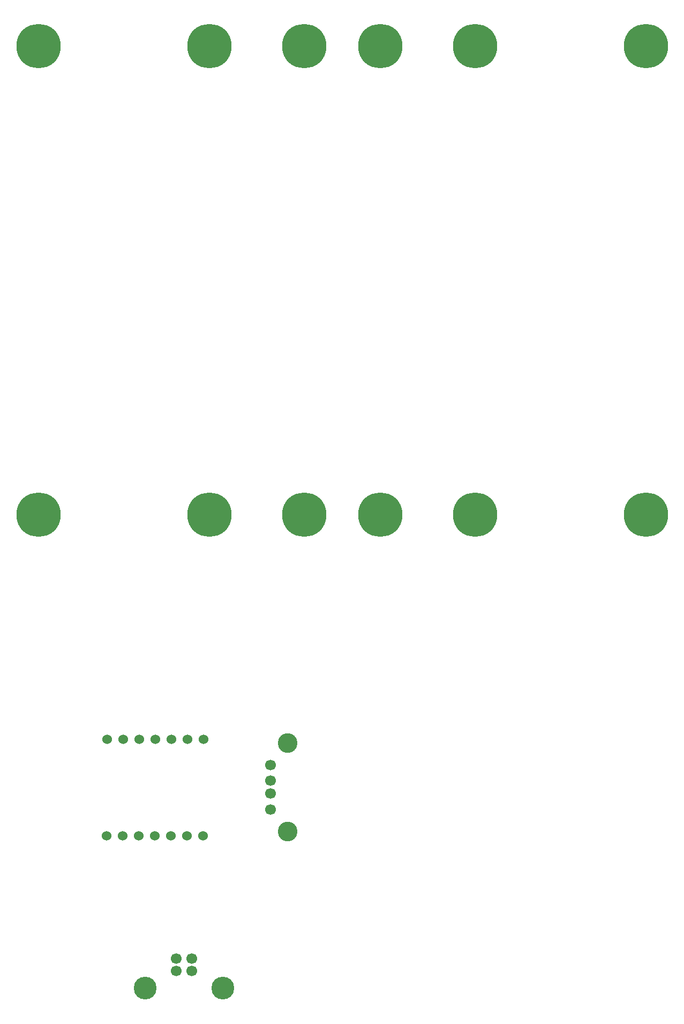
<source format=gbr>
%TF.GenerationSoftware,KiCad,Pcbnew,(5.1.9)-1*%
%TF.CreationDate,2022-01-07T19:27:11-07:00*%
%TF.ProjectId,PCB_01,5043425f-3031-42e6-9b69-6361645f7063,rev?*%
%TF.SameCoordinates,Original*%
%TF.FileFunction,Soldermask,Bot*%
%TF.FilePolarity,Negative*%
%FSLAX46Y46*%
G04 Gerber Fmt 4.6, Leading zero omitted, Abs format (unit mm)*
G04 Created by KiCad (PCBNEW (5.1.9)-1) date 2022-01-07 19:27:11*
%MOMM*%
%LPD*%
G01*
G04 APERTURE LIST*
%ADD10C,3.600000*%
%ADD11C,1.700000*%
%ADD12C,7.000000*%
%ADD13C,1.524000*%
%ADD14C,3.100000*%
G04 APERTURE END LIST*
D10*
%TO.C,CN1*%
X41116000Y-152755000D03*
X28884000Y-152755000D03*
D11*
X33750000Y-148045000D03*
X36250000Y-148045000D03*
X36250000Y-150045000D03*
X33750000Y-150045000D03*
%TD*%
D12*
%TO.C,H1*%
X12000000Y-4000000D03*
%TD*%
%TO.C,H2*%
X39000000Y-4000000D03*
%TD*%
%TO.C,H3*%
X54000000Y-4000000D03*
%TD*%
%TO.C,H4*%
X66000000Y-4000000D03*
%TD*%
%TO.C,H5*%
X81000000Y-4000000D03*
%TD*%
%TO.C,H6*%
X108000000Y-4000000D03*
%TD*%
%TO.C,H7*%
X12000000Y-78000000D03*
%TD*%
%TO.C,H8*%
X39000000Y-78000000D03*
%TD*%
%TO.C,H9*%
X54000000Y-78000000D03*
%TD*%
%TO.C,H10*%
X66000000Y-78000000D03*
%TD*%
%TO.C,H11*%
X81000000Y-78000000D03*
%TD*%
%TO.C,H12*%
X108000000Y-78000000D03*
%TD*%
D13*
%TO.C,J1*%
X22860000Y-113490000D03*
X25400000Y-113490000D03*
X27940000Y-113490000D03*
X30480000Y-113490000D03*
X33020000Y-113490000D03*
X35560000Y-113490000D03*
X38100000Y-113490000D03*
%TD*%
%TO.C,J2*%
X38040000Y-128730000D03*
X35500000Y-128730000D03*
X32960000Y-128730000D03*
X30420000Y-128730000D03*
X27880000Y-128730000D03*
X25340000Y-128730000D03*
X22800000Y-128730000D03*
%TD*%
D11*
%TO.C,USB1*%
X48645000Y-117500000D03*
X48645000Y-120000000D03*
X48645000Y-122000000D03*
X48645000Y-124500000D03*
D14*
X51355000Y-128000000D03*
X51355000Y-114000000D03*
%TD*%
M02*

</source>
